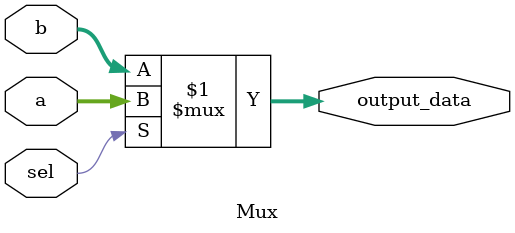
<source format=v>
`timescale 1ns / 1ps

module Mux(
input [63:0] a,b,
input sel, //input the selection bit
output [0:63]output_data // out of 64 bits by the name output_data
);
assign output_data = sel? a : b; //using if condition for muxfunction. If sel=1 then nalue a is the output, else b is the output.
endmodule
</source>
